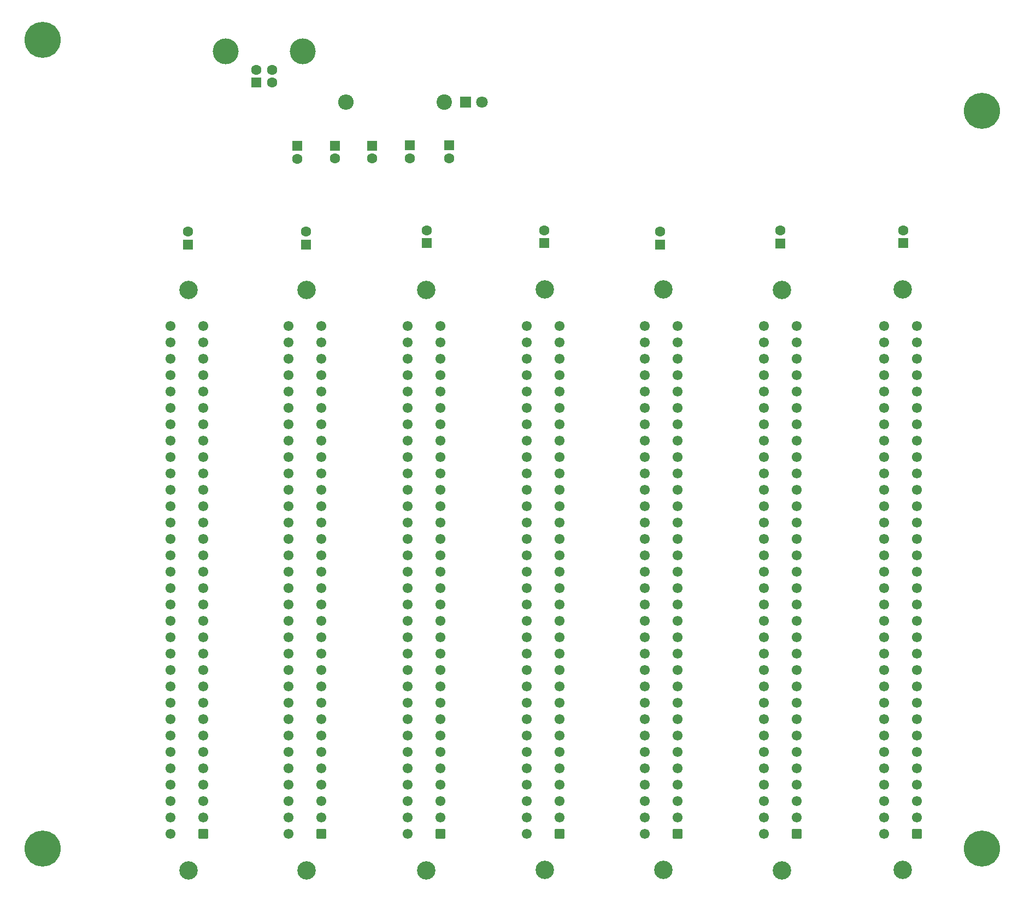
<source format=gbr>
%TF.GenerationSoftware,KiCad,Pcbnew,7.0.5*%
%TF.CreationDate,2023-11-05T11:43:02-07:00*%
%TF.ProjectId,new_backplane,6e65775f-6261-4636-9b70-6c616e652e6b,rev?*%
%TF.SameCoordinates,Original*%
%TF.FileFunction,Soldermask,Top*%
%TF.FilePolarity,Negative*%
%FSLAX46Y46*%
G04 Gerber Fmt 4.6, Leading zero omitted, Abs format (unit mm)*
G04 Created by KiCad (PCBNEW 7.0.5) date 2023-11-05 11:43:02*
%MOMM*%
%LPD*%
G01*
G04 APERTURE LIST*
G04 Aperture macros list*
%AMRoundRect*
0 Rectangle with rounded corners*
0 $1 Rounding radius*
0 $2 $3 $4 $5 $6 $7 $8 $9 X,Y pos of 4 corners*
0 Add a 4 corners polygon primitive as box body*
4,1,4,$2,$3,$4,$5,$6,$7,$8,$9,$2,$3,0*
0 Add four circle primitives for the rounded corners*
1,1,$1+$1,$2,$3*
1,1,$1+$1,$4,$5*
1,1,$1+$1,$6,$7*
1,1,$1+$1,$8,$9*
0 Add four rect primitives between the rounded corners*
20,1,$1+$1,$2,$3,$4,$5,0*
20,1,$1+$1,$4,$5,$6,$7,0*
20,1,$1+$1,$6,$7,$8,$9,0*
20,1,$1+$1,$8,$9,$2,$3,0*%
G04 Aperture macros list end*
%ADD10R,1.600000X1.600000*%
%ADD11C,1.600000*%
%ADD12C,2.850000*%
%ADD13RoundRect,0.249999X0.525001X0.525001X-0.525001X0.525001X-0.525001X-0.525001X0.525001X-0.525001X0*%
%ADD14C,1.550000*%
%ADD15C,5.600000*%
%ADD16C,2.400000*%
%ADD17O,2.400000X2.400000*%
%ADD18C,4.000000*%
%ADD19R,1.800000X1.800000*%
%ADD20C,1.800000*%
G04 APERTURE END LIST*
D10*
%TO.C,C2*%
X59760000Y-90470000D03*
D11*
X59760000Y-88470000D03*
%TD*%
D10*
%TO.C,C4*%
X96700000Y-90255113D03*
D11*
X96700000Y-88255113D03*
%TD*%
D12*
%TO.C,J2*%
X59900000Y-187500000D03*
X59900000Y-97500000D03*
D13*
X62140000Y-181870000D03*
D14*
X62140000Y-179330000D03*
X62140000Y-176790000D03*
X62140000Y-174250000D03*
X62140000Y-171710000D03*
X62140000Y-169170000D03*
X62140000Y-166630000D03*
X62140000Y-164090000D03*
X62140000Y-161550000D03*
X62140000Y-159010000D03*
X62140000Y-156470000D03*
X62140000Y-153930000D03*
X62140000Y-151390000D03*
X62140000Y-148850000D03*
X62140000Y-146310000D03*
X62140000Y-143770000D03*
X62140000Y-141230000D03*
X62140000Y-138690000D03*
X62140000Y-136150000D03*
X62140000Y-133610000D03*
X62140000Y-131070000D03*
X62140000Y-128530000D03*
X62140000Y-125990000D03*
X62140000Y-123450000D03*
X62140000Y-120910000D03*
X62140000Y-118370000D03*
X62140000Y-115830000D03*
X62140000Y-113290000D03*
X62140000Y-110750000D03*
X62140000Y-108210000D03*
X62140000Y-105670000D03*
X62140000Y-103130000D03*
X57060000Y-103130000D03*
X57060000Y-105670000D03*
X57060000Y-108210000D03*
X57060000Y-110750000D03*
X57060000Y-113290000D03*
X57060000Y-115830000D03*
X57060000Y-118370000D03*
X57060000Y-120910000D03*
X57060000Y-123450000D03*
X57060000Y-125990000D03*
X57060000Y-128530000D03*
X57060000Y-131070000D03*
X57060000Y-133610000D03*
X57060000Y-136150000D03*
X57060000Y-138690000D03*
X57060000Y-141230000D03*
X57060000Y-143770000D03*
X57060000Y-146310000D03*
X57060000Y-148850000D03*
X57060000Y-151390000D03*
X57060000Y-153930000D03*
X57060000Y-156470000D03*
X57060000Y-159010000D03*
X57060000Y-161550000D03*
X57060000Y-164090000D03*
X57060000Y-166630000D03*
X57060000Y-169170000D03*
X57060000Y-171710000D03*
X57060000Y-174250000D03*
X57060000Y-176790000D03*
X57060000Y-179330000D03*
X57060000Y-181870000D03*
%TD*%
D10*
%TO.C,C6*%
X133300000Y-90300000D03*
D11*
X133300000Y-88300000D03*
%TD*%
D10*
%TO.C,C8*%
X58463230Y-75160117D03*
D11*
X58463230Y-77160117D03*
%TD*%
D10*
%TO.C,C10*%
X70063230Y-75115229D03*
D11*
X70063230Y-77115229D03*
%TD*%
D15*
%TO.C,REF\u002A\u002A*%
X164500000Y-184100000D03*
%TD*%
%TO.C,REF\u002A\u002A*%
X18950000Y-58700000D03*
%TD*%
D12*
%TO.C,J1*%
X41600000Y-187500000D03*
X41600000Y-97500000D03*
D13*
X43840000Y-181870000D03*
D14*
X43840000Y-179330000D03*
X43840000Y-176790000D03*
X43840000Y-174250000D03*
X43840000Y-171710000D03*
X43840000Y-169170000D03*
X43840000Y-166630000D03*
X43840000Y-164090000D03*
X43840000Y-161550000D03*
X43840000Y-159010000D03*
X43840000Y-156470000D03*
X43840000Y-153930000D03*
X43840000Y-151390000D03*
X43840000Y-148850000D03*
X43840000Y-146310000D03*
X43840000Y-143770000D03*
X43840000Y-141230000D03*
X43840000Y-138690000D03*
X43840000Y-136150000D03*
X43840000Y-133610000D03*
X43840000Y-131070000D03*
X43840000Y-128530000D03*
X43840000Y-125990000D03*
X43840000Y-123450000D03*
X43840000Y-120910000D03*
X43840000Y-118370000D03*
X43840000Y-115830000D03*
X43840000Y-113290000D03*
X43840000Y-110750000D03*
X43840000Y-108210000D03*
X43840000Y-105670000D03*
X43840000Y-103130000D03*
X38760000Y-103130000D03*
X38760000Y-105670000D03*
X38760000Y-108210000D03*
X38760000Y-110750000D03*
X38760000Y-113290000D03*
X38760000Y-115830000D03*
X38760000Y-118370000D03*
X38760000Y-120910000D03*
X38760000Y-123450000D03*
X38760000Y-125990000D03*
X38760000Y-128530000D03*
X38760000Y-131070000D03*
X38760000Y-133610000D03*
X38760000Y-136150000D03*
X38760000Y-138690000D03*
X38760000Y-141230000D03*
X38760000Y-143770000D03*
X38760000Y-146310000D03*
X38760000Y-148850000D03*
X38760000Y-151390000D03*
X38760000Y-153930000D03*
X38760000Y-156470000D03*
X38760000Y-159010000D03*
X38760000Y-161550000D03*
X38760000Y-164090000D03*
X38760000Y-166630000D03*
X38760000Y-169170000D03*
X38760000Y-171710000D03*
X38760000Y-174250000D03*
X38760000Y-176790000D03*
X38760000Y-179330000D03*
X38760000Y-181870000D03*
%TD*%
D10*
%TO.C,C7*%
X152360000Y-90255113D03*
D11*
X152360000Y-88255113D03*
%TD*%
D10*
%TO.C,C1*%
X41460000Y-90470000D03*
D11*
X41460000Y-88470000D03*
%TD*%
D12*
%TO.C,J5*%
X115140000Y-187430000D03*
X115140000Y-97430000D03*
D13*
X117380000Y-181800000D03*
D14*
X117380000Y-179260000D03*
X117380000Y-176720000D03*
X117380000Y-174180000D03*
X117380000Y-171640000D03*
X117380000Y-169100000D03*
X117380000Y-166560000D03*
X117380000Y-164020000D03*
X117380000Y-161480000D03*
X117380000Y-158940000D03*
X117380000Y-156400000D03*
X117380000Y-153860000D03*
X117380000Y-151320000D03*
X117380000Y-148780000D03*
X117380000Y-146240000D03*
X117380000Y-143700000D03*
X117380000Y-141160000D03*
X117380000Y-138620000D03*
X117380000Y-136080000D03*
X117380000Y-133540000D03*
X117380000Y-131000000D03*
X117380000Y-128460000D03*
X117380000Y-125920000D03*
X117380000Y-123380000D03*
X117380000Y-120840000D03*
X117380000Y-118300000D03*
X117380000Y-115760000D03*
X117380000Y-113220000D03*
X117380000Y-110680000D03*
X117380000Y-108140000D03*
X117380000Y-105600000D03*
X117380000Y-103060000D03*
X112300000Y-103060000D03*
X112300000Y-105600000D03*
X112300000Y-108140000D03*
X112300000Y-110680000D03*
X112300000Y-113220000D03*
X112300000Y-115760000D03*
X112300000Y-118300000D03*
X112300000Y-120840000D03*
X112300000Y-123380000D03*
X112300000Y-125920000D03*
X112300000Y-128460000D03*
X112300000Y-131000000D03*
X112300000Y-133540000D03*
X112300000Y-136080000D03*
X112300000Y-138620000D03*
X112300000Y-141160000D03*
X112300000Y-143700000D03*
X112300000Y-146240000D03*
X112300000Y-148780000D03*
X112300000Y-151320000D03*
X112300000Y-153860000D03*
X112300000Y-156400000D03*
X112300000Y-158940000D03*
X112300000Y-161480000D03*
X112300000Y-164020000D03*
X112300000Y-166560000D03*
X112300000Y-169100000D03*
X112300000Y-171640000D03*
X112300000Y-174180000D03*
X112300000Y-176720000D03*
X112300000Y-179260000D03*
X112300000Y-181800000D03*
%TD*%
D15*
%TO.C,REF\u002A\u002A*%
X164500000Y-69700000D03*
%TD*%
D10*
%TO.C,C3*%
X78500000Y-90255112D03*
D11*
X78500000Y-88255112D03*
%TD*%
D12*
%TO.C,J6*%
X133560000Y-187470000D03*
X133560000Y-97470000D03*
D13*
X135800000Y-181840000D03*
D14*
X135800000Y-179300000D03*
X135800000Y-176760000D03*
X135800000Y-174220000D03*
X135800000Y-171680000D03*
X135800000Y-169140000D03*
X135800000Y-166600000D03*
X135800000Y-164060000D03*
X135800000Y-161520000D03*
X135800000Y-158980000D03*
X135800000Y-156440000D03*
X135800000Y-153900000D03*
X135800000Y-151360000D03*
X135800000Y-148820000D03*
X135800000Y-146280000D03*
X135800000Y-143740000D03*
X135800000Y-141200000D03*
X135800000Y-138660000D03*
X135800000Y-136120000D03*
X135800000Y-133580000D03*
X135800000Y-131040000D03*
X135800000Y-128500000D03*
X135800000Y-125960000D03*
X135800000Y-123420000D03*
X135800000Y-120880000D03*
X135800000Y-118340000D03*
X135800000Y-115800000D03*
X135800000Y-113260000D03*
X135800000Y-110720000D03*
X135800000Y-108180000D03*
X135800000Y-105640000D03*
X135800000Y-103100000D03*
X130720000Y-103100000D03*
X130720000Y-105640000D03*
X130720000Y-108180000D03*
X130720000Y-110720000D03*
X130720000Y-113260000D03*
X130720000Y-115800000D03*
X130720000Y-118340000D03*
X130720000Y-120880000D03*
X130720000Y-123420000D03*
X130720000Y-125960000D03*
X130720000Y-128500000D03*
X130720000Y-131040000D03*
X130720000Y-133580000D03*
X130720000Y-136120000D03*
X130720000Y-138660000D03*
X130720000Y-141200000D03*
X130720000Y-143740000D03*
X130720000Y-146280000D03*
X130720000Y-148820000D03*
X130720000Y-151360000D03*
X130720000Y-153900000D03*
X130720000Y-156440000D03*
X130720000Y-158980000D03*
X130720000Y-161520000D03*
X130720000Y-164060000D03*
X130720000Y-166600000D03*
X130720000Y-169140000D03*
X130720000Y-171680000D03*
X130720000Y-174220000D03*
X130720000Y-176760000D03*
X130720000Y-179300000D03*
X130720000Y-181840000D03*
%TD*%
D16*
%TO.C,R1*%
X81215000Y-68400000D03*
D17*
X65975000Y-68400000D03*
%TD*%
D10*
%TO.C,C12*%
X82000000Y-75100000D03*
D11*
X82000000Y-77100000D03*
%TD*%
D15*
%TO.C,REF\u002A\u002A*%
X18950000Y-184100000D03*
%TD*%
D10*
%TO.C,J8*%
X52050000Y-65360000D03*
D11*
X54550000Y-65360000D03*
X54550000Y-63360000D03*
X52050000Y-63360000D03*
D18*
X47300000Y-60500000D03*
X59300000Y-60500000D03*
%TD*%
D10*
%TO.C,C5*%
X114660000Y-90470000D03*
D11*
X114660000Y-88470000D03*
%TD*%
D12*
%TO.C,J4*%
X96810000Y-187460000D03*
X96810000Y-97460000D03*
D13*
X99050000Y-181830000D03*
D14*
X99050000Y-179290000D03*
X99050000Y-176750000D03*
X99050000Y-174210000D03*
X99050000Y-171670000D03*
X99050000Y-169130000D03*
X99050000Y-166590000D03*
X99050000Y-164050000D03*
X99050000Y-161510000D03*
X99050000Y-158970000D03*
X99050000Y-156430000D03*
X99050000Y-153890000D03*
X99050000Y-151350000D03*
X99050000Y-148810000D03*
X99050000Y-146270000D03*
X99050000Y-143730000D03*
X99050000Y-141190000D03*
X99050000Y-138650000D03*
X99050000Y-136110000D03*
X99050000Y-133570000D03*
X99050000Y-131030000D03*
X99050000Y-128490000D03*
X99050000Y-125950000D03*
X99050000Y-123410000D03*
X99050000Y-120870000D03*
X99050000Y-118330000D03*
X99050000Y-115790000D03*
X99050000Y-113250000D03*
X99050000Y-110710000D03*
X99050000Y-108170000D03*
X99050000Y-105630000D03*
X99050000Y-103090000D03*
X93970000Y-103090000D03*
X93970000Y-105630000D03*
X93970000Y-108170000D03*
X93970000Y-110710000D03*
X93970000Y-113250000D03*
X93970000Y-115790000D03*
X93970000Y-118330000D03*
X93970000Y-120870000D03*
X93970000Y-123410000D03*
X93970000Y-125950000D03*
X93970000Y-128490000D03*
X93970000Y-131030000D03*
X93970000Y-133570000D03*
X93970000Y-136110000D03*
X93970000Y-138650000D03*
X93970000Y-141190000D03*
X93970000Y-143730000D03*
X93970000Y-146270000D03*
X93970000Y-148810000D03*
X93970000Y-151350000D03*
X93970000Y-153890000D03*
X93970000Y-156430000D03*
X93970000Y-158970000D03*
X93970000Y-161510000D03*
X93970000Y-164050000D03*
X93970000Y-166590000D03*
X93970000Y-169130000D03*
X93970000Y-171670000D03*
X93970000Y-174210000D03*
X93970000Y-176750000D03*
X93970000Y-179290000D03*
X93970000Y-181830000D03*
%TD*%
D10*
%TO.C,C9*%
X64263230Y-75115229D03*
D11*
X64263230Y-77115229D03*
%TD*%
D10*
%TO.C,C11*%
X75863230Y-75104666D03*
D11*
X75863230Y-77104666D03*
%TD*%
D12*
%TO.C,J3*%
X78400000Y-187500000D03*
X78400000Y-97500000D03*
D13*
X80640000Y-181870000D03*
D14*
X80640000Y-179330000D03*
X80640000Y-176790000D03*
X80640000Y-174250000D03*
X80640000Y-171710000D03*
X80640000Y-169170000D03*
X80640000Y-166630000D03*
X80640000Y-164090000D03*
X80640000Y-161550000D03*
X80640000Y-159010000D03*
X80640000Y-156470000D03*
X80640000Y-153930000D03*
X80640000Y-151390000D03*
X80640000Y-148850000D03*
X80640000Y-146310000D03*
X80640000Y-143770000D03*
X80640000Y-141230000D03*
X80640000Y-138690000D03*
X80640000Y-136150000D03*
X80640000Y-133610000D03*
X80640000Y-131070000D03*
X80640000Y-128530000D03*
X80640000Y-125990000D03*
X80640000Y-123450000D03*
X80640000Y-120910000D03*
X80640000Y-118370000D03*
X80640000Y-115830000D03*
X80640000Y-113290000D03*
X80640000Y-110750000D03*
X80640000Y-108210000D03*
X80640000Y-105670000D03*
X80640000Y-103130000D03*
X75560000Y-103130000D03*
X75560000Y-105670000D03*
X75560000Y-108210000D03*
X75560000Y-110750000D03*
X75560000Y-113290000D03*
X75560000Y-115830000D03*
X75560000Y-118370000D03*
X75560000Y-120910000D03*
X75560000Y-123450000D03*
X75560000Y-125990000D03*
X75560000Y-128530000D03*
X75560000Y-131070000D03*
X75560000Y-133610000D03*
X75560000Y-136150000D03*
X75560000Y-138690000D03*
X75560000Y-141230000D03*
X75560000Y-143770000D03*
X75560000Y-146310000D03*
X75560000Y-148850000D03*
X75560000Y-151390000D03*
X75560000Y-153930000D03*
X75560000Y-156470000D03*
X75560000Y-159010000D03*
X75560000Y-161550000D03*
X75560000Y-164090000D03*
X75560000Y-166630000D03*
X75560000Y-169170000D03*
X75560000Y-171710000D03*
X75560000Y-174250000D03*
X75560000Y-176790000D03*
X75560000Y-179330000D03*
X75560000Y-181870000D03*
%TD*%
D19*
%TO.C,D1*%
X84500000Y-68400000D03*
D20*
X87040000Y-68400000D03*
%TD*%
D12*
%TO.C,J7*%
X152210000Y-187460000D03*
X152210000Y-97460000D03*
D13*
X154450000Y-181830000D03*
D14*
X154450000Y-179290000D03*
X154450000Y-176750000D03*
X154450000Y-174210000D03*
X154450000Y-171670000D03*
X154450000Y-169130000D03*
X154450000Y-166590000D03*
X154450000Y-164050000D03*
X154450000Y-161510000D03*
X154450000Y-158970000D03*
X154450000Y-156430000D03*
X154450000Y-153890000D03*
X154450000Y-151350000D03*
X154450000Y-148810000D03*
X154450000Y-146270000D03*
X154450000Y-143730000D03*
X154450000Y-141190000D03*
X154450000Y-138650000D03*
X154450000Y-136110000D03*
X154450000Y-133570000D03*
X154450000Y-131030000D03*
X154450000Y-128490000D03*
X154450000Y-125950000D03*
X154450000Y-123410000D03*
X154450000Y-120870000D03*
X154450000Y-118330000D03*
X154450000Y-115790000D03*
X154450000Y-113250000D03*
X154450000Y-110710000D03*
X154450000Y-108170000D03*
X154450000Y-105630000D03*
X154450000Y-103090000D03*
X149370000Y-103090000D03*
X149370000Y-105630000D03*
X149370000Y-108170000D03*
X149370000Y-110710000D03*
X149370000Y-113250000D03*
X149370000Y-115790000D03*
X149370000Y-118330000D03*
X149370000Y-120870000D03*
X149370000Y-123410000D03*
X149370000Y-125950000D03*
X149370000Y-128490000D03*
X149370000Y-131030000D03*
X149370000Y-133570000D03*
X149370000Y-136110000D03*
X149370000Y-138650000D03*
X149370000Y-141190000D03*
X149370000Y-143730000D03*
X149370000Y-146270000D03*
X149370000Y-148810000D03*
X149370000Y-151350000D03*
X149370000Y-153890000D03*
X149370000Y-156430000D03*
X149370000Y-158970000D03*
X149370000Y-161510000D03*
X149370000Y-164050000D03*
X149370000Y-166590000D03*
X149370000Y-169130000D03*
X149370000Y-171670000D03*
X149370000Y-174210000D03*
X149370000Y-176750000D03*
X149370000Y-179290000D03*
X149370000Y-181830000D03*
%TD*%
G36*
X20643039Y-56919685D02*
G01*
X20688794Y-56972489D01*
X20700000Y-57024000D01*
X20700000Y-60376000D01*
X20680315Y-60443039D01*
X20627511Y-60488794D01*
X20576000Y-60500000D01*
X17224000Y-60500000D01*
X17156961Y-60480315D01*
X17111206Y-60427511D01*
X17100000Y-60376000D01*
X17100000Y-57024000D01*
X17119685Y-56956961D01*
X17172489Y-56911206D01*
X17224000Y-56900000D01*
X20576000Y-56900000D01*
X20643039Y-56919685D01*
G37*
G36*
X166243039Y-182319685D02*
G01*
X166288794Y-182372489D01*
X166300000Y-182424000D01*
X166300000Y-185776000D01*
X166280315Y-185843039D01*
X166227511Y-185888794D01*
X166176000Y-185900000D01*
X162824000Y-185900000D01*
X162756961Y-185880315D01*
X162711206Y-185827511D01*
X162700000Y-185776000D01*
X162700000Y-182424000D01*
X162719685Y-182356961D01*
X162772489Y-182311206D01*
X162824000Y-182300000D01*
X166176000Y-182300000D01*
X166243039Y-182319685D01*
G37*
G36*
X20643039Y-182319685D02*
G01*
X20688794Y-182372489D01*
X20700000Y-182424000D01*
X20700000Y-185776000D01*
X20680315Y-185843039D01*
X20627511Y-185888794D01*
X20576000Y-185900000D01*
X17224000Y-185900000D01*
X17156961Y-185880315D01*
X17111206Y-185827511D01*
X17100000Y-185776000D01*
X17100000Y-182424000D01*
X17119685Y-182356961D01*
X17172489Y-182311206D01*
X17224000Y-182300000D01*
X20576000Y-182300000D01*
X20643039Y-182319685D01*
G37*
M02*

</source>
